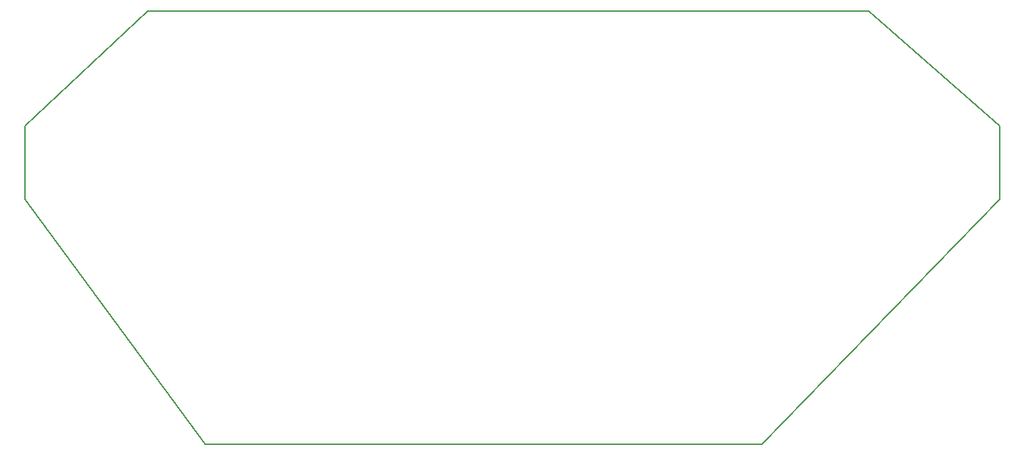
<source format=gbr>
G04 #@! TF.GenerationSoftware,KiCad,Pcbnew,5.0.2-bee76a0~70~ubuntu18.10.1*
G04 #@! TF.CreationDate,2019-01-18T16:51:24-06:00*
G04 #@! TF.ProjectId,JudgeBoard,4a756467-6542-46f6-9172-642e6b696361,rev?*
G04 #@! TF.SameCoordinates,PXc9538d0PY6d58ad0*
G04 #@! TF.FileFunction,Profile,NP*
%FSLAX46Y46*%
G04 Gerber Fmt 4.6, Leading zero omitted, Abs format (unit mm)*
G04 Created by KiCad (PCBNEW 5.0.2-bee76a0~70~ubuntu18.10.1) date Fri 18 Jan 2019 04:51:24 PM CST*
%MOMM*%
%LPD*%
G01*
G04 APERTURE LIST*
%ADD10C,0.150000*%
G04 APERTURE END LIST*
D10*
X-104000000Y53000000D02*
X-119000000Y39000000D01*
X-16000000Y53000000D02*
X-104000000Y53000000D01*
X0Y39000000D02*
X-16000000Y53000000D01*
X0Y30000000D02*
X0Y39000000D01*
X-29000000Y0D02*
X0Y30000000D01*
X-97000000Y0D02*
X-29000000Y0D01*
X-119000000Y30000000D02*
X-97000000Y0D01*
X-119000000Y39000000D02*
X-119000000Y30000000D01*
M02*

</source>
